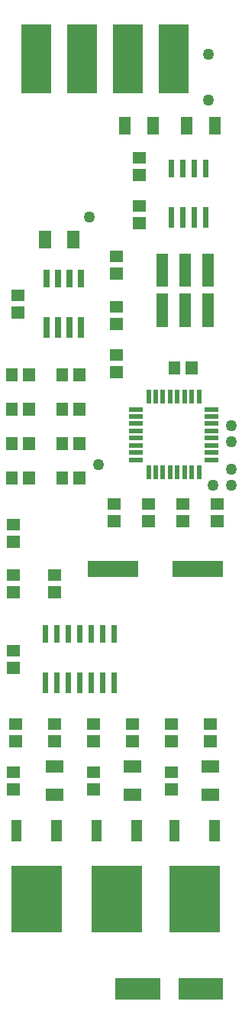
<source format=gbr>
G04 start of page 9 for group -4015 idx -4015 *
G04 Title: (unknown), toppaste *
G04 Creator: pcb 1.99x *
G04 CreationDate: Fri Jun 26 13:02:34 2009 UTC *
G04 For: davidellsworth *
G04 Format: Gerber/RS-274X *
G04 PCB-Dimensions: 113000 493000 *
G04 PCB-Coordinate-Origin: lower left *
%MOIN*%
%FSLAX24Y24*%
%LNFRONTPASTE*%
%ADD22R,0.0250X0.0250*%
%ADD23R,0.0512X0.0512*%
%ADD24R,0.2200X0.2200*%
%ADD25R,0.0450X0.0450*%
%ADD26R,0.0950X0.0950*%
%ADD27R,0.0700X0.0700*%
%ADD28R,0.0200X0.0200*%
%ADD29C,0.0500*%
%ADD30R,0.1300X0.1300*%
%ADD31R,0.0500X0.0500*%
G54D23*X6560Y43377D02*X6639D01*
X6560Y42622D02*X6639D01*
X6560Y40522D02*X6639D01*
X6560Y41277D02*X6639D01*
G54D31*X7600Y38950D02*Y38000D01*
X8600Y38950D02*Y38000D01*
X7600Y37200D02*Y36250D01*
X8600Y37200D02*Y36250D01*
X9600Y38950D02*Y38000D01*
Y37200D02*Y36250D01*
G54D29*X10600Y31000D03*
Y29800D03*
G54D22*X8000Y43150D02*Y42650D01*
X8500Y43150D02*Y42650D01*
X9000Y43150D02*Y42650D01*
X9500Y43150D02*Y42650D01*
X8500Y41100D02*Y40450D01*
X9000Y41100D02*Y40450D01*
X9500Y41100D02*Y40450D01*
X8000Y41100D02*Y40450D01*
G54D29*X10600Y31700D03*
Y29100D03*
X9800D03*
X4400Y40800D03*
G54D23*X4560Y15822D02*X4639D01*
X4560Y16577D02*X4639D01*
X5560Y38322D02*X5639D01*
X5560Y39077D02*X5639D01*
X1260Y37377D02*X1339D01*
X1260Y36622D02*X1339D01*
X6181Y16815D02*X6418D01*
X6181Y15584D02*X6418D01*
X1160Y17922D02*X1239D01*
X1160Y18677D02*X1239D01*
X1060Y15822D02*X1139D01*
X1060Y16577D02*X1139D01*
X1060Y26622D02*X1139D01*
X1060Y27377D02*X1139D01*
X9581Y16815D02*X9818D01*
X9581Y15584D02*X9818D01*
X9660Y17922D02*X9739D01*
X9660Y18677D02*X9739D01*
X3222Y32439D02*Y32360D01*
X3977Y32439D02*Y32360D01*
X9960Y27522D02*X10039D01*
X9960Y28277D02*X10039D01*
G54D27*X8400Y25450D02*X9900D01*
X4700D02*X6200D01*
G54D23*X8460Y28277D02*X8539D01*
X8460Y27522D02*X8539D01*
G54D28*X6997Y29846D02*Y29446D01*
X7312Y29846D02*Y29446D01*
X7627Y29846D02*Y29446D01*
X7942Y29846D02*Y29446D01*
X8257Y29846D02*Y29446D01*
X8572Y29846D02*Y29446D01*
X8887Y29846D02*Y29446D01*
X9202Y29846D02*Y29446D01*
X9553Y30197D02*X9953D01*
X9553Y30512D02*X9953D01*
X9553Y30827D02*X9953D01*
X9553Y31142D02*X9953D01*
X9553Y31457D02*X9953D01*
X9553Y31772D02*X9953D01*
X9553Y32087D02*X9953D01*
X9553Y32402D02*X9953D01*
X9202Y33153D02*Y32753D01*
X8887Y33153D02*Y32753D01*
X8572Y33153D02*Y32753D01*
X8257Y33153D02*Y32753D01*
X7942Y33153D02*Y32753D01*
X7627Y33153D02*Y32753D01*
X7312Y33153D02*Y32753D01*
X6997Y33153D02*Y32753D01*
X6246Y32402D02*X6646D01*
X6246Y32087D02*X6646D01*
X6246Y31772D02*X6646D01*
X6246Y31457D02*X6646D01*
X6246Y31142D02*X6646D01*
X6246Y30827D02*X6646D01*
X6246Y30512D02*X6646D01*
X6246Y30197D02*X6646D01*
G54D22*X2550Y38350D02*Y37850D01*
X3050Y38350D02*Y37850D01*
X3550Y38350D02*Y37850D01*
X4050Y38350D02*Y37850D01*
X3050Y36300D02*Y35650D01*
X3550Y36300D02*Y35650D01*
X4050Y36300D02*Y35650D01*
X2550Y36300D02*Y35650D01*
G54D23*X7960Y15822D02*X8039D01*
X7960Y16577D02*X8039D01*
X2781Y16815D02*X3018D01*
X2781Y15584D02*X3018D01*
X7960Y17922D02*X8039D01*
X7960Y18677D02*X8039D01*
G54D24*X5600Y11400D02*Y10700D01*
G54D25*X6475Y14275D02*Y13775D01*
X4725Y14275D02*Y13775D01*
G54D29*X9600Y45900D03*
G54D23*X1022Y32439D02*Y32360D01*
X1777Y32439D02*Y32360D01*
X2860Y17922D02*X2939D01*
X2860Y18677D02*X2939D01*
G54D29*X9600Y47900D03*
G54D23*X1022Y30939D02*Y30860D01*
X1777Y30939D02*Y30860D01*
X5460Y27522D02*X5539D01*
X5460Y28277D02*X5539D01*
X2860Y24422D02*X2939D01*
X2860Y25177D02*X2939D01*
X3222Y30939D02*Y30860D01*
X3977Y30939D02*Y30860D01*
X1060Y21122D02*X1139D01*
X1060Y21877D02*X1139D01*
X6260Y17922D02*X6339D01*
X6260Y18677D02*X6339D01*
X5560Y36122D02*X5639D01*
X5560Y36877D02*X5639D01*
X5967Y44884D02*Y44648D01*
X7198Y44884D02*Y44648D01*
X8877Y34239D02*Y34160D01*
X8122Y34239D02*Y34160D01*
X8667Y44884D02*Y44648D01*
X9898Y44884D02*Y44648D01*
G54D26*X6025Y7125D02*X7025D01*
X8775D02*X9775D01*
G54D23*X5560Y34022D02*X5639D01*
X5560Y34777D02*X5639D01*
X3222Y29439D02*Y29360D01*
X3977Y29439D02*Y29360D01*
X1022Y33939D02*Y33860D01*
X1777Y33939D02*Y33860D01*
X1022Y29439D02*Y29360D01*
X1777Y29439D02*Y29360D01*
G54D30*X8100Y48550D02*Y46850D01*
X6100Y48550D02*Y46850D01*
X4100Y48550D02*Y46850D01*
X2100Y48550D02*Y46850D01*
G54D24*Y11400D02*Y10700D01*
G54D25*X2975Y14275D02*Y13775D01*
X1225Y14275D02*Y13775D01*
G54D24*X9000Y11400D02*Y10700D01*
G54D25*X9875Y14275D02*Y13775D01*
X8125Y14275D02*Y13775D01*
G54D23*X4560Y17922D02*X4639D01*
X4560Y18677D02*X4639D01*
X6960Y28277D02*X7039D01*
X6960Y27522D02*X7039D01*
X3715Y39918D02*Y39681D01*
X2484Y39918D02*Y39681D01*
X1060Y24422D02*X1139D01*
X1060Y25177D02*X1139D01*
G54D22*X2500Y22850D02*Y22350D01*
X3000Y22850D02*Y22350D01*
X3500Y22850D02*Y22350D01*
X4000Y22850D02*Y22350D01*
X4500Y22850D02*Y22350D01*
X5000Y22850D02*Y22350D01*
X5500Y22850D02*Y22350D01*
Y20800D02*Y20150D01*
X5000Y20800D02*Y20150D01*
X4500Y20800D02*Y20150D01*
X4000Y20800D02*Y20150D01*
X3500Y20800D02*Y20150D01*
X3000Y20800D02*Y20150D01*
X2500Y20800D02*Y20150D01*
G54D29*X4800Y30000D03*
G54D23*X3222Y33939D02*Y33860D01*
X3977Y33939D02*Y33860D01*
M02*

</source>
